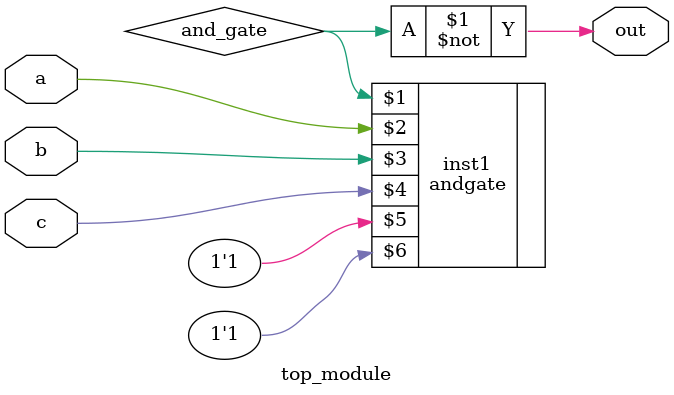
<source format=v>
module top_module (input a, input b, input c, output out);
    wire and_gate;

    andgate inst1 (and_gate, a, b, c,1'b1,1'b1 );
    assign out=~and_gate;

endmodule

</source>
